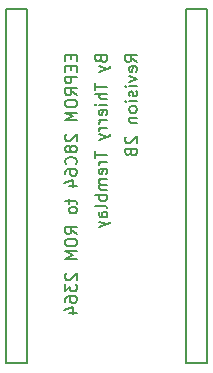
<source format=gbo>
G04 #@! TF.GenerationSoftware,KiCad,Pcbnew,7.0.9*
G04 #@! TF.CreationDate,2024-04-24T12:06:22-07:00*
G04 #@! TF.ProjectId,sop28-to-dip-24-rom-adapter,736f7032-382d-4746-9f2d-6469702d3234,2B*
G04 #@! TF.SameCoordinates,Original*
G04 #@! TF.FileFunction,Legend,Bot*
G04 #@! TF.FilePolarity,Positive*
%FSLAX46Y46*%
G04 Gerber Fmt 4.6, Leading zero omitted, Abs format (unit mm)*
G04 Created by KiCad (PCBNEW 7.0.9) date 2024-04-24 12:06:22*
%MOMM*%
%LPD*%
G01*
G04 APERTURE LIST*
%ADD10C,0.150000*%
%ADD11C,1.600000*%
%ADD12O,1.600000X1.600000*%
%ADD13R,1.600000X1.600000*%
G04 APERTURE END LIST*
D10*
X131426009Y-84156779D02*
X131426009Y-84490112D01*
X131949819Y-84632969D02*
X131949819Y-84156779D01*
X131949819Y-84156779D02*
X130949819Y-84156779D01*
X130949819Y-84156779D02*
X130949819Y-84632969D01*
X131426009Y-85061541D02*
X131426009Y-85394874D01*
X131949819Y-85537731D02*
X131949819Y-85061541D01*
X131949819Y-85061541D02*
X130949819Y-85061541D01*
X130949819Y-85061541D02*
X130949819Y-85537731D01*
X131949819Y-85966303D02*
X130949819Y-85966303D01*
X130949819Y-85966303D02*
X130949819Y-86347255D01*
X130949819Y-86347255D02*
X130997438Y-86442493D01*
X130997438Y-86442493D02*
X131045057Y-86490112D01*
X131045057Y-86490112D02*
X131140295Y-86537731D01*
X131140295Y-86537731D02*
X131283152Y-86537731D01*
X131283152Y-86537731D02*
X131378390Y-86490112D01*
X131378390Y-86490112D02*
X131426009Y-86442493D01*
X131426009Y-86442493D02*
X131473628Y-86347255D01*
X131473628Y-86347255D02*
X131473628Y-85966303D01*
X131949819Y-87537731D02*
X131473628Y-87204398D01*
X131949819Y-86966303D02*
X130949819Y-86966303D01*
X130949819Y-86966303D02*
X130949819Y-87347255D01*
X130949819Y-87347255D02*
X130997438Y-87442493D01*
X130997438Y-87442493D02*
X131045057Y-87490112D01*
X131045057Y-87490112D02*
X131140295Y-87537731D01*
X131140295Y-87537731D02*
X131283152Y-87537731D01*
X131283152Y-87537731D02*
X131378390Y-87490112D01*
X131378390Y-87490112D02*
X131426009Y-87442493D01*
X131426009Y-87442493D02*
X131473628Y-87347255D01*
X131473628Y-87347255D02*
X131473628Y-86966303D01*
X130949819Y-88156779D02*
X130949819Y-88347255D01*
X130949819Y-88347255D02*
X130997438Y-88442493D01*
X130997438Y-88442493D02*
X131092676Y-88537731D01*
X131092676Y-88537731D02*
X131283152Y-88585350D01*
X131283152Y-88585350D02*
X131616485Y-88585350D01*
X131616485Y-88585350D02*
X131806961Y-88537731D01*
X131806961Y-88537731D02*
X131902200Y-88442493D01*
X131902200Y-88442493D02*
X131949819Y-88347255D01*
X131949819Y-88347255D02*
X131949819Y-88156779D01*
X131949819Y-88156779D02*
X131902200Y-88061541D01*
X131902200Y-88061541D02*
X131806961Y-87966303D01*
X131806961Y-87966303D02*
X131616485Y-87918684D01*
X131616485Y-87918684D02*
X131283152Y-87918684D01*
X131283152Y-87918684D02*
X131092676Y-87966303D01*
X131092676Y-87966303D02*
X130997438Y-88061541D01*
X130997438Y-88061541D02*
X130949819Y-88156779D01*
X131949819Y-89013922D02*
X130949819Y-89013922D01*
X130949819Y-89013922D02*
X131664104Y-89347255D01*
X131664104Y-89347255D02*
X130949819Y-89680588D01*
X130949819Y-89680588D02*
X131949819Y-89680588D01*
X131045057Y-90871065D02*
X130997438Y-90918684D01*
X130997438Y-90918684D02*
X130949819Y-91013922D01*
X130949819Y-91013922D02*
X130949819Y-91252017D01*
X130949819Y-91252017D02*
X130997438Y-91347255D01*
X130997438Y-91347255D02*
X131045057Y-91394874D01*
X131045057Y-91394874D02*
X131140295Y-91442493D01*
X131140295Y-91442493D02*
X131235533Y-91442493D01*
X131235533Y-91442493D02*
X131378390Y-91394874D01*
X131378390Y-91394874D02*
X131949819Y-90823446D01*
X131949819Y-90823446D02*
X131949819Y-91442493D01*
X131378390Y-92013922D02*
X131330771Y-91918684D01*
X131330771Y-91918684D02*
X131283152Y-91871065D01*
X131283152Y-91871065D02*
X131187914Y-91823446D01*
X131187914Y-91823446D02*
X131140295Y-91823446D01*
X131140295Y-91823446D02*
X131045057Y-91871065D01*
X131045057Y-91871065D02*
X130997438Y-91918684D01*
X130997438Y-91918684D02*
X130949819Y-92013922D01*
X130949819Y-92013922D02*
X130949819Y-92204398D01*
X130949819Y-92204398D02*
X130997438Y-92299636D01*
X130997438Y-92299636D02*
X131045057Y-92347255D01*
X131045057Y-92347255D02*
X131140295Y-92394874D01*
X131140295Y-92394874D02*
X131187914Y-92394874D01*
X131187914Y-92394874D02*
X131283152Y-92347255D01*
X131283152Y-92347255D02*
X131330771Y-92299636D01*
X131330771Y-92299636D02*
X131378390Y-92204398D01*
X131378390Y-92204398D02*
X131378390Y-92013922D01*
X131378390Y-92013922D02*
X131426009Y-91918684D01*
X131426009Y-91918684D02*
X131473628Y-91871065D01*
X131473628Y-91871065D02*
X131568866Y-91823446D01*
X131568866Y-91823446D02*
X131759342Y-91823446D01*
X131759342Y-91823446D02*
X131854580Y-91871065D01*
X131854580Y-91871065D02*
X131902200Y-91918684D01*
X131902200Y-91918684D02*
X131949819Y-92013922D01*
X131949819Y-92013922D02*
X131949819Y-92204398D01*
X131949819Y-92204398D02*
X131902200Y-92299636D01*
X131902200Y-92299636D02*
X131854580Y-92347255D01*
X131854580Y-92347255D02*
X131759342Y-92394874D01*
X131759342Y-92394874D02*
X131568866Y-92394874D01*
X131568866Y-92394874D02*
X131473628Y-92347255D01*
X131473628Y-92347255D02*
X131426009Y-92299636D01*
X131426009Y-92299636D02*
X131378390Y-92204398D01*
X131854580Y-93394874D02*
X131902200Y-93347255D01*
X131902200Y-93347255D02*
X131949819Y-93204398D01*
X131949819Y-93204398D02*
X131949819Y-93109160D01*
X131949819Y-93109160D02*
X131902200Y-92966303D01*
X131902200Y-92966303D02*
X131806961Y-92871065D01*
X131806961Y-92871065D02*
X131711723Y-92823446D01*
X131711723Y-92823446D02*
X131521247Y-92775827D01*
X131521247Y-92775827D02*
X131378390Y-92775827D01*
X131378390Y-92775827D02*
X131187914Y-92823446D01*
X131187914Y-92823446D02*
X131092676Y-92871065D01*
X131092676Y-92871065D02*
X130997438Y-92966303D01*
X130997438Y-92966303D02*
X130949819Y-93109160D01*
X130949819Y-93109160D02*
X130949819Y-93204398D01*
X130949819Y-93204398D02*
X130997438Y-93347255D01*
X130997438Y-93347255D02*
X131045057Y-93394874D01*
X130949819Y-94252017D02*
X130949819Y-94061541D01*
X130949819Y-94061541D02*
X130997438Y-93966303D01*
X130997438Y-93966303D02*
X131045057Y-93918684D01*
X131045057Y-93918684D02*
X131187914Y-93823446D01*
X131187914Y-93823446D02*
X131378390Y-93775827D01*
X131378390Y-93775827D02*
X131759342Y-93775827D01*
X131759342Y-93775827D02*
X131854580Y-93823446D01*
X131854580Y-93823446D02*
X131902200Y-93871065D01*
X131902200Y-93871065D02*
X131949819Y-93966303D01*
X131949819Y-93966303D02*
X131949819Y-94156779D01*
X131949819Y-94156779D02*
X131902200Y-94252017D01*
X131902200Y-94252017D02*
X131854580Y-94299636D01*
X131854580Y-94299636D02*
X131759342Y-94347255D01*
X131759342Y-94347255D02*
X131521247Y-94347255D01*
X131521247Y-94347255D02*
X131426009Y-94299636D01*
X131426009Y-94299636D02*
X131378390Y-94252017D01*
X131378390Y-94252017D02*
X131330771Y-94156779D01*
X131330771Y-94156779D02*
X131330771Y-93966303D01*
X131330771Y-93966303D02*
X131378390Y-93871065D01*
X131378390Y-93871065D02*
X131426009Y-93823446D01*
X131426009Y-93823446D02*
X131521247Y-93775827D01*
X131283152Y-95204398D02*
X131949819Y-95204398D01*
X130902200Y-94966303D02*
X131616485Y-94728208D01*
X131616485Y-94728208D02*
X131616485Y-95347255D01*
X131283152Y-96347256D02*
X131283152Y-96728208D01*
X130949819Y-96490113D02*
X131806961Y-96490113D01*
X131806961Y-96490113D02*
X131902200Y-96537732D01*
X131902200Y-96537732D02*
X131949819Y-96632970D01*
X131949819Y-96632970D02*
X131949819Y-96728208D01*
X131949819Y-97204399D02*
X131902200Y-97109161D01*
X131902200Y-97109161D02*
X131854580Y-97061542D01*
X131854580Y-97061542D02*
X131759342Y-97013923D01*
X131759342Y-97013923D02*
X131473628Y-97013923D01*
X131473628Y-97013923D02*
X131378390Y-97061542D01*
X131378390Y-97061542D02*
X131330771Y-97109161D01*
X131330771Y-97109161D02*
X131283152Y-97204399D01*
X131283152Y-97204399D02*
X131283152Y-97347256D01*
X131283152Y-97347256D02*
X131330771Y-97442494D01*
X131330771Y-97442494D02*
X131378390Y-97490113D01*
X131378390Y-97490113D02*
X131473628Y-97537732D01*
X131473628Y-97537732D02*
X131759342Y-97537732D01*
X131759342Y-97537732D02*
X131854580Y-97490113D01*
X131854580Y-97490113D02*
X131902200Y-97442494D01*
X131902200Y-97442494D02*
X131949819Y-97347256D01*
X131949819Y-97347256D02*
X131949819Y-97204399D01*
X131949819Y-99299637D02*
X131473628Y-98966304D01*
X131949819Y-98728209D02*
X130949819Y-98728209D01*
X130949819Y-98728209D02*
X130949819Y-99109161D01*
X130949819Y-99109161D02*
X130997438Y-99204399D01*
X130997438Y-99204399D02*
X131045057Y-99252018D01*
X131045057Y-99252018D02*
X131140295Y-99299637D01*
X131140295Y-99299637D02*
X131283152Y-99299637D01*
X131283152Y-99299637D02*
X131378390Y-99252018D01*
X131378390Y-99252018D02*
X131426009Y-99204399D01*
X131426009Y-99204399D02*
X131473628Y-99109161D01*
X131473628Y-99109161D02*
X131473628Y-98728209D01*
X130949819Y-99918685D02*
X130949819Y-100109161D01*
X130949819Y-100109161D02*
X130997438Y-100204399D01*
X130997438Y-100204399D02*
X131092676Y-100299637D01*
X131092676Y-100299637D02*
X131283152Y-100347256D01*
X131283152Y-100347256D02*
X131616485Y-100347256D01*
X131616485Y-100347256D02*
X131806961Y-100299637D01*
X131806961Y-100299637D02*
X131902200Y-100204399D01*
X131902200Y-100204399D02*
X131949819Y-100109161D01*
X131949819Y-100109161D02*
X131949819Y-99918685D01*
X131949819Y-99918685D02*
X131902200Y-99823447D01*
X131902200Y-99823447D02*
X131806961Y-99728209D01*
X131806961Y-99728209D02*
X131616485Y-99680590D01*
X131616485Y-99680590D02*
X131283152Y-99680590D01*
X131283152Y-99680590D02*
X131092676Y-99728209D01*
X131092676Y-99728209D02*
X130997438Y-99823447D01*
X130997438Y-99823447D02*
X130949819Y-99918685D01*
X131949819Y-100775828D02*
X130949819Y-100775828D01*
X130949819Y-100775828D02*
X131664104Y-101109161D01*
X131664104Y-101109161D02*
X130949819Y-101442494D01*
X130949819Y-101442494D02*
X131949819Y-101442494D01*
X131045057Y-102632971D02*
X130997438Y-102680590D01*
X130997438Y-102680590D02*
X130949819Y-102775828D01*
X130949819Y-102775828D02*
X130949819Y-103013923D01*
X130949819Y-103013923D02*
X130997438Y-103109161D01*
X130997438Y-103109161D02*
X131045057Y-103156780D01*
X131045057Y-103156780D02*
X131140295Y-103204399D01*
X131140295Y-103204399D02*
X131235533Y-103204399D01*
X131235533Y-103204399D02*
X131378390Y-103156780D01*
X131378390Y-103156780D02*
X131949819Y-102585352D01*
X131949819Y-102585352D02*
X131949819Y-103204399D01*
X130949819Y-103537733D02*
X130949819Y-104156780D01*
X130949819Y-104156780D02*
X131330771Y-103823447D01*
X131330771Y-103823447D02*
X131330771Y-103966304D01*
X131330771Y-103966304D02*
X131378390Y-104061542D01*
X131378390Y-104061542D02*
X131426009Y-104109161D01*
X131426009Y-104109161D02*
X131521247Y-104156780D01*
X131521247Y-104156780D02*
X131759342Y-104156780D01*
X131759342Y-104156780D02*
X131854580Y-104109161D01*
X131854580Y-104109161D02*
X131902200Y-104061542D01*
X131902200Y-104061542D02*
X131949819Y-103966304D01*
X131949819Y-103966304D02*
X131949819Y-103680590D01*
X131949819Y-103680590D02*
X131902200Y-103585352D01*
X131902200Y-103585352D02*
X131854580Y-103537733D01*
X130949819Y-105013923D02*
X130949819Y-104823447D01*
X130949819Y-104823447D02*
X130997438Y-104728209D01*
X130997438Y-104728209D02*
X131045057Y-104680590D01*
X131045057Y-104680590D02*
X131187914Y-104585352D01*
X131187914Y-104585352D02*
X131378390Y-104537733D01*
X131378390Y-104537733D02*
X131759342Y-104537733D01*
X131759342Y-104537733D02*
X131854580Y-104585352D01*
X131854580Y-104585352D02*
X131902200Y-104632971D01*
X131902200Y-104632971D02*
X131949819Y-104728209D01*
X131949819Y-104728209D02*
X131949819Y-104918685D01*
X131949819Y-104918685D02*
X131902200Y-105013923D01*
X131902200Y-105013923D02*
X131854580Y-105061542D01*
X131854580Y-105061542D02*
X131759342Y-105109161D01*
X131759342Y-105109161D02*
X131521247Y-105109161D01*
X131521247Y-105109161D02*
X131426009Y-105061542D01*
X131426009Y-105061542D02*
X131378390Y-105013923D01*
X131378390Y-105013923D02*
X131330771Y-104918685D01*
X131330771Y-104918685D02*
X131330771Y-104728209D01*
X131330771Y-104728209D02*
X131378390Y-104632971D01*
X131378390Y-104632971D02*
X131426009Y-104585352D01*
X131426009Y-104585352D02*
X131521247Y-104537733D01*
X131283152Y-105966304D02*
X131949819Y-105966304D01*
X130902200Y-105728209D02*
X131616485Y-105490114D01*
X131616485Y-105490114D02*
X131616485Y-106109161D01*
X133966009Y-84490112D02*
X134013628Y-84632969D01*
X134013628Y-84632969D02*
X134061247Y-84680588D01*
X134061247Y-84680588D02*
X134156485Y-84728207D01*
X134156485Y-84728207D02*
X134299342Y-84728207D01*
X134299342Y-84728207D02*
X134394580Y-84680588D01*
X134394580Y-84680588D02*
X134442200Y-84632969D01*
X134442200Y-84632969D02*
X134489819Y-84537731D01*
X134489819Y-84537731D02*
X134489819Y-84156779D01*
X134489819Y-84156779D02*
X133489819Y-84156779D01*
X133489819Y-84156779D02*
X133489819Y-84490112D01*
X133489819Y-84490112D02*
X133537438Y-84585350D01*
X133537438Y-84585350D02*
X133585057Y-84632969D01*
X133585057Y-84632969D02*
X133680295Y-84680588D01*
X133680295Y-84680588D02*
X133775533Y-84680588D01*
X133775533Y-84680588D02*
X133870771Y-84632969D01*
X133870771Y-84632969D02*
X133918390Y-84585350D01*
X133918390Y-84585350D02*
X133966009Y-84490112D01*
X133966009Y-84490112D02*
X133966009Y-84156779D01*
X133823152Y-85061541D02*
X134489819Y-85299636D01*
X133823152Y-85537731D02*
X134489819Y-85299636D01*
X134489819Y-85299636D02*
X134727914Y-85204398D01*
X134727914Y-85204398D02*
X134775533Y-85156779D01*
X134775533Y-85156779D02*
X134823152Y-85061541D01*
X133489819Y-86537732D02*
X133489819Y-87109160D01*
X134489819Y-86823446D02*
X133489819Y-86823446D01*
X134489819Y-87442494D02*
X133489819Y-87442494D01*
X134489819Y-87871065D02*
X133966009Y-87871065D01*
X133966009Y-87871065D02*
X133870771Y-87823446D01*
X133870771Y-87823446D02*
X133823152Y-87728208D01*
X133823152Y-87728208D02*
X133823152Y-87585351D01*
X133823152Y-87585351D02*
X133870771Y-87490113D01*
X133870771Y-87490113D02*
X133918390Y-87442494D01*
X134489819Y-88347256D02*
X133823152Y-88347256D01*
X133489819Y-88347256D02*
X133537438Y-88299637D01*
X133537438Y-88299637D02*
X133585057Y-88347256D01*
X133585057Y-88347256D02*
X133537438Y-88394875D01*
X133537438Y-88394875D02*
X133489819Y-88347256D01*
X133489819Y-88347256D02*
X133585057Y-88347256D01*
X134442200Y-89204398D02*
X134489819Y-89109160D01*
X134489819Y-89109160D02*
X134489819Y-88918684D01*
X134489819Y-88918684D02*
X134442200Y-88823446D01*
X134442200Y-88823446D02*
X134346961Y-88775827D01*
X134346961Y-88775827D02*
X133966009Y-88775827D01*
X133966009Y-88775827D02*
X133870771Y-88823446D01*
X133870771Y-88823446D02*
X133823152Y-88918684D01*
X133823152Y-88918684D02*
X133823152Y-89109160D01*
X133823152Y-89109160D02*
X133870771Y-89204398D01*
X133870771Y-89204398D02*
X133966009Y-89252017D01*
X133966009Y-89252017D02*
X134061247Y-89252017D01*
X134061247Y-89252017D02*
X134156485Y-88775827D01*
X134489819Y-89680589D02*
X133823152Y-89680589D01*
X134013628Y-89680589D02*
X133918390Y-89728208D01*
X133918390Y-89728208D02*
X133870771Y-89775827D01*
X133870771Y-89775827D02*
X133823152Y-89871065D01*
X133823152Y-89871065D02*
X133823152Y-89966303D01*
X134489819Y-90299637D02*
X133823152Y-90299637D01*
X134013628Y-90299637D02*
X133918390Y-90347256D01*
X133918390Y-90347256D02*
X133870771Y-90394875D01*
X133870771Y-90394875D02*
X133823152Y-90490113D01*
X133823152Y-90490113D02*
X133823152Y-90585351D01*
X133823152Y-90823447D02*
X134489819Y-91061542D01*
X133823152Y-91299637D02*
X134489819Y-91061542D01*
X134489819Y-91061542D02*
X134727914Y-90966304D01*
X134727914Y-90966304D02*
X134775533Y-90918685D01*
X134775533Y-90918685D02*
X134823152Y-90823447D01*
X133489819Y-92299638D02*
X133489819Y-92871066D01*
X134489819Y-92585352D02*
X133489819Y-92585352D01*
X134489819Y-93204400D02*
X133823152Y-93204400D01*
X134013628Y-93204400D02*
X133918390Y-93252019D01*
X133918390Y-93252019D02*
X133870771Y-93299638D01*
X133870771Y-93299638D02*
X133823152Y-93394876D01*
X133823152Y-93394876D02*
X133823152Y-93490114D01*
X134442200Y-94204400D02*
X134489819Y-94109162D01*
X134489819Y-94109162D02*
X134489819Y-93918686D01*
X134489819Y-93918686D02*
X134442200Y-93823448D01*
X134442200Y-93823448D02*
X134346961Y-93775829D01*
X134346961Y-93775829D02*
X133966009Y-93775829D01*
X133966009Y-93775829D02*
X133870771Y-93823448D01*
X133870771Y-93823448D02*
X133823152Y-93918686D01*
X133823152Y-93918686D02*
X133823152Y-94109162D01*
X133823152Y-94109162D02*
X133870771Y-94204400D01*
X133870771Y-94204400D02*
X133966009Y-94252019D01*
X133966009Y-94252019D02*
X134061247Y-94252019D01*
X134061247Y-94252019D02*
X134156485Y-93775829D01*
X134489819Y-94680591D02*
X133823152Y-94680591D01*
X133918390Y-94680591D02*
X133870771Y-94728210D01*
X133870771Y-94728210D02*
X133823152Y-94823448D01*
X133823152Y-94823448D02*
X133823152Y-94966305D01*
X133823152Y-94966305D02*
X133870771Y-95061543D01*
X133870771Y-95061543D02*
X133966009Y-95109162D01*
X133966009Y-95109162D02*
X134489819Y-95109162D01*
X133966009Y-95109162D02*
X133870771Y-95156781D01*
X133870771Y-95156781D02*
X133823152Y-95252019D01*
X133823152Y-95252019D02*
X133823152Y-95394876D01*
X133823152Y-95394876D02*
X133870771Y-95490115D01*
X133870771Y-95490115D02*
X133966009Y-95537734D01*
X133966009Y-95537734D02*
X134489819Y-95537734D01*
X134489819Y-96013924D02*
X133489819Y-96013924D01*
X133870771Y-96013924D02*
X133823152Y-96109162D01*
X133823152Y-96109162D02*
X133823152Y-96299638D01*
X133823152Y-96299638D02*
X133870771Y-96394876D01*
X133870771Y-96394876D02*
X133918390Y-96442495D01*
X133918390Y-96442495D02*
X134013628Y-96490114D01*
X134013628Y-96490114D02*
X134299342Y-96490114D01*
X134299342Y-96490114D02*
X134394580Y-96442495D01*
X134394580Y-96442495D02*
X134442200Y-96394876D01*
X134442200Y-96394876D02*
X134489819Y-96299638D01*
X134489819Y-96299638D02*
X134489819Y-96109162D01*
X134489819Y-96109162D02*
X134442200Y-96013924D01*
X134489819Y-97061543D02*
X134442200Y-96966305D01*
X134442200Y-96966305D02*
X134346961Y-96918686D01*
X134346961Y-96918686D02*
X133489819Y-96918686D01*
X134489819Y-97871067D02*
X133966009Y-97871067D01*
X133966009Y-97871067D02*
X133870771Y-97823448D01*
X133870771Y-97823448D02*
X133823152Y-97728210D01*
X133823152Y-97728210D02*
X133823152Y-97537734D01*
X133823152Y-97537734D02*
X133870771Y-97442496D01*
X134442200Y-97871067D02*
X134489819Y-97775829D01*
X134489819Y-97775829D02*
X134489819Y-97537734D01*
X134489819Y-97537734D02*
X134442200Y-97442496D01*
X134442200Y-97442496D02*
X134346961Y-97394877D01*
X134346961Y-97394877D02*
X134251723Y-97394877D01*
X134251723Y-97394877D02*
X134156485Y-97442496D01*
X134156485Y-97442496D02*
X134108866Y-97537734D01*
X134108866Y-97537734D02*
X134108866Y-97775829D01*
X134108866Y-97775829D02*
X134061247Y-97871067D01*
X133823152Y-98252020D02*
X134489819Y-98490115D01*
X133823152Y-98728210D02*
X134489819Y-98490115D01*
X134489819Y-98490115D02*
X134727914Y-98394877D01*
X134727914Y-98394877D02*
X134775533Y-98347258D01*
X134775533Y-98347258D02*
X134823152Y-98252020D01*
X137029819Y-84728207D02*
X136553628Y-84394874D01*
X137029819Y-84156779D02*
X136029819Y-84156779D01*
X136029819Y-84156779D02*
X136029819Y-84537731D01*
X136029819Y-84537731D02*
X136077438Y-84632969D01*
X136077438Y-84632969D02*
X136125057Y-84680588D01*
X136125057Y-84680588D02*
X136220295Y-84728207D01*
X136220295Y-84728207D02*
X136363152Y-84728207D01*
X136363152Y-84728207D02*
X136458390Y-84680588D01*
X136458390Y-84680588D02*
X136506009Y-84632969D01*
X136506009Y-84632969D02*
X136553628Y-84537731D01*
X136553628Y-84537731D02*
X136553628Y-84156779D01*
X136982200Y-85537731D02*
X137029819Y-85442493D01*
X137029819Y-85442493D02*
X137029819Y-85252017D01*
X137029819Y-85252017D02*
X136982200Y-85156779D01*
X136982200Y-85156779D02*
X136886961Y-85109160D01*
X136886961Y-85109160D02*
X136506009Y-85109160D01*
X136506009Y-85109160D02*
X136410771Y-85156779D01*
X136410771Y-85156779D02*
X136363152Y-85252017D01*
X136363152Y-85252017D02*
X136363152Y-85442493D01*
X136363152Y-85442493D02*
X136410771Y-85537731D01*
X136410771Y-85537731D02*
X136506009Y-85585350D01*
X136506009Y-85585350D02*
X136601247Y-85585350D01*
X136601247Y-85585350D02*
X136696485Y-85109160D01*
X136363152Y-85918684D02*
X137029819Y-86156779D01*
X137029819Y-86156779D02*
X136363152Y-86394874D01*
X137029819Y-86775827D02*
X136363152Y-86775827D01*
X136029819Y-86775827D02*
X136077438Y-86728208D01*
X136077438Y-86728208D02*
X136125057Y-86775827D01*
X136125057Y-86775827D02*
X136077438Y-86823446D01*
X136077438Y-86823446D02*
X136029819Y-86775827D01*
X136029819Y-86775827D02*
X136125057Y-86775827D01*
X136982200Y-87204398D02*
X137029819Y-87299636D01*
X137029819Y-87299636D02*
X137029819Y-87490112D01*
X137029819Y-87490112D02*
X136982200Y-87585350D01*
X136982200Y-87585350D02*
X136886961Y-87632969D01*
X136886961Y-87632969D02*
X136839342Y-87632969D01*
X136839342Y-87632969D02*
X136744104Y-87585350D01*
X136744104Y-87585350D02*
X136696485Y-87490112D01*
X136696485Y-87490112D02*
X136696485Y-87347255D01*
X136696485Y-87347255D02*
X136648866Y-87252017D01*
X136648866Y-87252017D02*
X136553628Y-87204398D01*
X136553628Y-87204398D02*
X136506009Y-87204398D01*
X136506009Y-87204398D02*
X136410771Y-87252017D01*
X136410771Y-87252017D02*
X136363152Y-87347255D01*
X136363152Y-87347255D02*
X136363152Y-87490112D01*
X136363152Y-87490112D02*
X136410771Y-87585350D01*
X137029819Y-88061541D02*
X136363152Y-88061541D01*
X136029819Y-88061541D02*
X136077438Y-88013922D01*
X136077438Y-88013922D02*
X136125057Y-88061541D01*
X136125057Y-88061541D02*
X136077438Y-88109160D01*
X136077438Y-88109160D02*
X136029819Y-88061541D01*
X136029819Y-88061541D02*
X136125057Y-88061541D01*
X137029819Y-88680588D02*
X136982200Y-88585350D01*
X136982200Y-88585350D02*
X136934580Y-88537731D01*
X136934580Y-88537731D02*
X136839342Y-88490112D01*
X136839342Y-88490112D02*
X136553628Y-88490112D01*
X136553628Y-88490112D02*
X136458390Y-88537731D01*
X136458390Y-88537731D02*
X136410771Y-88585350D01*
X136410771Y-88585350D02*
X136363152Y-88680588D01*
X136363152Y-88680588D02*
X136363152Y-88823445D01*
X136363152Y-88823445D02*
X136410771Y-88918683D01*
X136410771Y-88918683D02*
X136458390Y-88966302D01*
X136458390Y-88966302D02*
X136553628Y-89013921D01*
X136553628Y-89013921D02*
X136839342Y-89013921D01*
X136839342Y-89013921D02*
X136934580Y-88966302D01*
X136934580Y-88966302D02*
X136982200Y-88918683D01*
X136982200Y-88918683D02*
X137029819Y-88823445D01*
X137029819Y-88823445D02*
X137029819Y-88680588D01*
X136363152Y-89442493D02*
X137029819Y-89442493D01*
X136458390Y-89442493D02*
X136410771Y-89490112D01*
X136410771Y-89490112D02*
X136363152Y-89585350D01*
X136363152Y-89585350D02*
X136363152Y-89728207D01*
X136363152Y-89728207D02*
X136410771Y-89823445D01*
X136410771Y-89823445D02*
X136506009Y-89871064D01*
X136506009Y-89871064D02*
X137029819Y-89871064D01*
X136125057Y-91061541D02*
X136077438Y-91109160D01*
X136077438Y-91109160D02*
X136029819Y-91204398D01*
X136029819Y-91204398D02*
X136029819Y-91442493D01*
X136029819Y-91442493D02*
X136077438Y-91537731D01*
X136077438Y-91537731D02*
X136125057Y-91585350D01*
X136125057Y-91585350D02*
X136220295Y-91632969D01*
X136220295Y-91632969D02*
X136315533Y-91632969D01*
X136315533Y-91632969D02*
X136458390Y-91585350D01*
X136458390Y-91585350D02*
X137029819Y-91013922D01*
X137029819Y-91013922D02*
X137029819Y-91632969D01*
X136506009Y-92394874D02*
X136553628Y-92537731D01*
X136553628Y-92537731D02*
X136601247Y-92585350D01*
X136601247Y-92585350D02*
X136696485Y-92632969D01*
X136696485Y-92632969D02*
X136839342Y-92632969D01*
X136839342Y-92632969D02*
X136934580Y-92585350D01*
X136934580Y-92585350D02*
X136982200Y-92537731D01*
X136982200Y-92537731D02*
X137029819Y-92442493D01*
X137029819Y-92442493D02*
X137029819Y-92061541D01*
X137029819Y-92061541D02*
X136029819Y-92061541D01*
X136029819Y-92061541D02*
X136029819Y-92394874D01*
X136029819Y-92394874D02*
X136077438Y-92490112D01*
X136077438Y-92490112D02*
X136125057Y-92537731D01*
X136125057Y-92537731D02*
X136220295Y-92585350D01*
X136220295Y-92585350D02*
X136315533Y-92585350D01*
X136315533Y-92585350D02*
X136410771Y-92537731D01*
X136410771Y-92537731D02*
X136458390Y-92490112D01*
X136458390Y-92490112D02*
X136506009Y-92394874D01*
X136506009Y-92394874D02*
X136506009Y-92061541D01*
X125951000Y-80264000D02*
X127729000Y-80264000D01*
X125951000Y-110236000D02*
X125951000Y-80264000D01*
X127729000Y-80264000D02*
X127729000Y-110236000D01*
X127729000Y-110236000D02*
X125951000Y-110236000D01*
X141191000Y-80264000D02*
X142969000Y-80264000D01*
X141191000Y-110236000D02*
X141191000Y-80264000D01*
X142969000Y-80264000D02*
X142969000Y-110236000D01*
X142969000Y-110236000D02*
X141191000Y-110236000D01*
%LPC*%
D11*
X139700000Y-82550000D03*
D12*
X129540000Y-82550000D03*
D13*
X126840000Y-81280000D03*
D12*
X126840000Y-83820000D03*
X126840000Y-86360000D03*
X126840000Y-88900000D03*
X126840000Y-91440000D03*
X126840000Y-93980000D03*
X126840000Y-96520000D03*
X126840000Y-99060000D03*
X126840000Y-101600000D03*
X126840000Y-104140000D03*
X126840000Y-106680000D03*
X126840000Y-109220000D03*
X142080000Y-109220000D03*
X142080000Y-106680000D03*
X142080000Y-104140000D03*
X142080000Y-101600000D03*
X142080000Y-99060000D03*
X142080000Y-96520000D03*
X142080000Y-93980000D03*
X142080000Y-91440000D03*
X142080000Y-88900000D03*
X142080000Y-86360000D03*
X142080000Y-83820000D03*
X142080000Y-81280000D03*
%LPD*%
M02*

</source>
